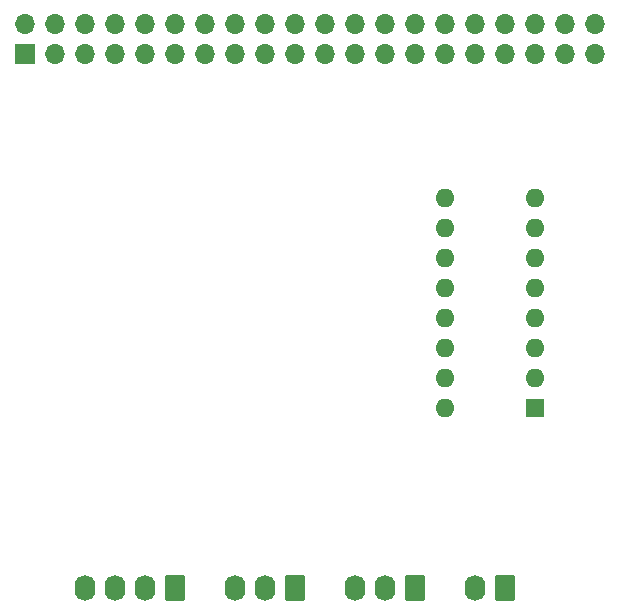
<source format=gbr>
%TF.GenerationSoftware,KiCad,Pcbnew,7.0.9*%
%TF.CreationDate,2025-02-27T11:50:27+00:00*%
%TF.ProjectId,Pi Hat,50692048-6174-42e6-9b69-6361645f7063,rev?*%
%TF.SameCoordinates,Original*%
%TF.FileFunction,Soldermask,Bot*%
%TF.FilePolarity,Negative*%
%FSLAX46Y46*%
G04 Gerber Fmt 4.6, Leading zero omitted, Abs format (unit mm)*
G04 Created by KiCad (PCBNEW 7.0.9) date 2025-02-27 11:50:27*
%MOMM*%
%LPD*%
G01*
G04 APERTURE LIST*
G04 Aperture macros list*
%AMRoundRect*
0 Rectangle with rounded corners*
0 $1 Rounding radius*
0 $2 $3 $4 $5 $6 $7 $8 $9 X,Y pos of 4 corners*
0 Add a 4 corners polygon primitive as box body*
4,1,4,$2,$3,$4,$5,$6,$7,$8,$9,$2,$3,0*
0 Add four circle primitives for the rounded corners*
1,1,$1+$1,$2,$3*
1,1,$1+$1,$4,$5*
1,1,$1+$1,$6,$7*
1,1,$1+$1,$8,$9*
0 Add four rect primitives between the rounded corners*
20,1,$1+$1,$2,$3,$4,$5,0*
20,1,$1+$1,$4,$5,$6,$7,0*
20,1,$1+$1,$6,$7,$8,$9,0*
20,1,$1+$1,$8,$9,$2,$3,0*%
G04 Aperture macros list end*
%ADD10RoundRect,0.250000X0.620000X0.845000X-0.620000X0.845000X-0.620000X-0.845000X0.620000X-0.845000X0*%
%ADD11O,1.740000X2.190000*%
%ADD12R,1.600000X1.600000*%
%ADD13O,1.600000X1.600000*%
%ADD14R,1.700000X1.700000*%
%ADD15O,1.700000X1.700000*%
G04 APERTURE END LIST*
D10*
%TO.C,J5*%
X177800000Y-96520000D03*
D11*
X175260000Y-96520000D03*
X172720000Y-96520000D03*
%TD*%
D12*
%TO.C,IC1*%
X198120000Y-81280000D03*
D13*
X198120000Y-78740000D03*
X198120000Y-76200000D03*
X198120000Y-73660000D03*
X198120000Y-71120000D03*
X198120000Y-68580000D03*
X198120000Y-66040000D03*
X198120000Y-63500000D03*
X190500000Y-63500000D03*
X190500000Y-66040000D03*
X190500000Y-68580000D03*
X190500000Y-71120000D03*
X190500000Y-73660000D03*
X190500000Y-76200000D03*
X190500000Y-78740000D03*
X190500000Y-81280000D03*
%TD*%
D10*
%TO.C,J1*%
X167640000Y-96520000D03*
D11*
X165100000Y-96520000D03*
X162560000Y-96520000D03*
X160020000Y-96520000D03*
%TD*%
D10*
%TO.C,J3*%
X187960000Y-96520000D03*
D11*
X185420000Y-96520000D03*
X182880000Y-96520000D03*
%TD*%
D10*
%TO.C,J4*%
X195580000Y-96520000D03*
D11*
X193040000Y-96520000D03*
%TD*%
D14*
%TO.C,J2*%
X154900000Y-51290000D03*
D15*
X154900000Y-48750000D03*
X157440000Y-51290000D03*
X157440000Y-48750000D03*
X159980000Y-51290000D03*
X159980000Y-48750000D03*
X162520000Y-51290000D03*
X162520000Y-48750000D03*
X165060000Y-51290000D03*
X165060000Y-48750000D03*
X167600000Y-51290000D03*
X167600000Y-48750000D03*
X170140000Y-51290000D03*
X170140000Y-48750000D03*
X172680000Y-51290000D03*
X172680000Y-48750000D03*
X175220000Y-51290000D03*
X175220000Y-48750000D03*
X177760000Y-51290000D03*
X177760000Y-48750000D03*
X180300000Y-51290000D03*
X180300000Y-48750000D03*
X182840000Y-51290000D03*
X182840000Y-48750000D03*
X185380000Y-51290000D03*
X185380000Y-48750000D03*
X187920000Y-51290000D03*
X187920000Y-48750000D03*
X190460000Y-51290000D03*
X190460000Y-48750000D03*
X193000000Y-51290000D03*
X193000000Y-48750000D03*
X195540000Y-51290000D03*
X195540000Y-48750000D03*
X198080000Y-51290000D03*
X198080000Y-48750000D03*
X200620000Y-51290000D03*
X200620000Y-48750000D03*
X203160000Y-51290000D03*
X203160000Y-48750000D03*
%TD*%
M02*

</source>
